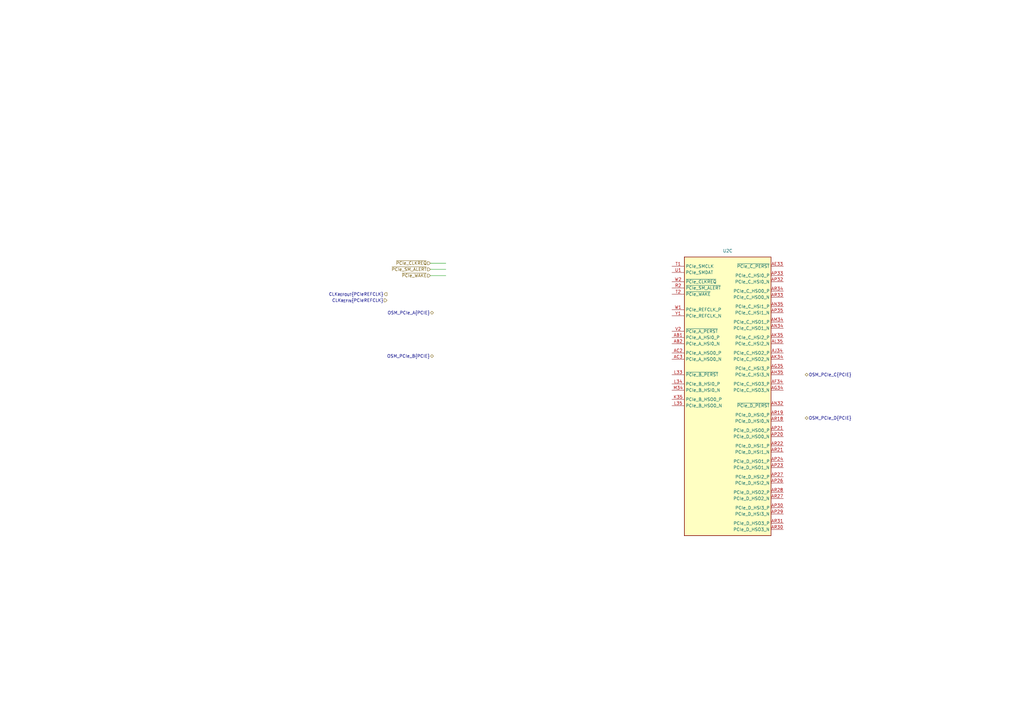
<source format=kicad_sch>
(kicad_sch (version 20250114) (generator "eeschema") (generator_version "9.0")
  (paper "A3")
  (title_block (title "BMC Reference Carrier Board") (date "2025-08-14") (rev "1.0.0"))
  (wire (pts (xy 176.53 107.95) (xy 182.88 107.95)))
  (wire (pts (xy 176.53 110.49) (xy 182.88 110.49)))
  (wire (pts (xy 176.53 113.03) (xy 182.88 113.03)))
  (hierarchical_label "OSM_PCIe_C{PCIE}" (shape bidirectional) (at 330.2 153.67 0))
  (hierarchical_label "OSM_PCIe_D{PCIE}" (shape bidirectional) (at 330.2 171.45 0))
  (hierarchical_label "OSM_PCIe_A{PCIE}" (shape bidirectional) (at 177.8 128.27 180))
  (hierarchical_label "CLK_{REFOUT}{PCIeREFCLK}" (shape output) (at 158.75 120.65 180))
  (hierarchical_label "~{PCIe_WAKE}" (shape input) (at 176.53 113.03 180))
  (hierarchical_label "~{PCIe_SM_ALERT}" (shape input) (at 176.53 110.49 180))
  (hierarchical_label "~{PCIe_CLKREQ}" (shape input) (at 176.53 107.95 180))
  (hierarchical_label "OSM_PCIe_B{PCIE}" (shape bidirectional) (at 177.8 146.05 180))
  (hierarchical_label "CLK_{REFIN}{PCIeREFCLK}" (shape input) (at 158.75 123.19 180))
  (symbol (lib_id "antmicroModules:OSM-L_Carrier-side") (at 275.59 109.22 0) (unit 3)
    (property "Reference" "U2" (at 298.45 102.87 0))
    (property "Value" "OSM-L_Carrier-side" (effects (hide yes)))
    (property "Footprint" "antmicro-footprints:OSM-L_Carrier-side" (effects (hide yes)))
    (property "Datasheet" "https://sget.org/standards/osm/" (effects (hide yes)))
    (property "Description" "Open Standard Module (OSM)" (effects (hide yes)))
    (property "Author" "Antmicro" (effects (hide yes)))
    (property "License" "Apache-2.0" (effects (hide yes)))
  )
)
</source>
